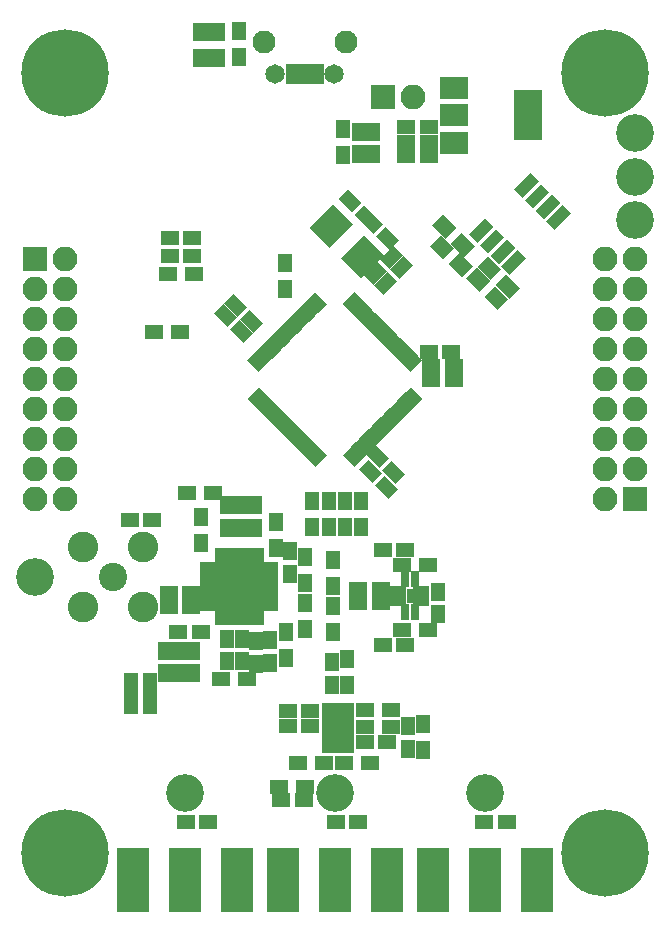
<source format=gts>
%TF.GenerationSoftware,KiCad,Pcbnew,4.0.6*%
%TF.CreationDate,2017-05-01T22:06:24-07:00*%
%TF.ProjectId,rev3,726576332E6B696361645F7063620000,rev?*%
%TF.FileFunction,Soldermask,Top*%
%FSLAX46Y46*%
G04 Gerber Fmt 4.6, Leading zero omitted, Abs format (unit mm)*
G04 Created by KiCad (PCBNEW 4.0.6) date 05/01/17 22:06:24*
%MOMM*%
%LPD*%
G01*
G04 APERTURE LIST*
%ADD10C,0.100000*%
%ADD11C,7.400000*%
%ADD12C,1.000000*%
%ADD13R,1.600000X1.600000*%
%ADD14R,2.100000X2.100000*%
%ADD15O,2.100000X2.100000*%
%ADD16C,3.200000*%
%ADD17R,2.400000X4.200000*%
%ADD18R,2.400000X1.900000*%
%ADD19R,1.600000X1.150000*%
%ADD20R,1.150000X1.600000*%
%ADD21C,2.600000*%
%ADD22C,2.400000*%
%ADD23R,2.690000X5.480000*%
%ADD24R,2.820000X5.480000*%
%ADD25R,1.300000X1.600000*%
%ADD26R,1.600000X1.300000*%
%ADD27R,0.650000X1.300000*%
%ADD28R,0.650000X1.450000*%
%ADD29R,1.350000X0.650000*%
%ADD30R,1.250000X1.400000*%
%ADD31R,1.250000X1.000000*%
%ADD32R,0.800000X1.750000*%
%ADD33C,1.650000*%
%ADD34C,1.950000*%
%ADD35R,2.780000X2.050000*%
%ADD36C,1.009600*%
%ADD37R,1.400000X0.650000*%
%ADD38R,0.650000X1.400000*%
%ADD39R,4.000000X4.000000*%
G04 APERTURE END LIST*
D10*
D11*
X127000000Y-104140000D03*
D12*
X129625000Y-104140000D03*
X128856155Y-105996155D03*
X127000000Y-106765000D03*
X125143845Y-105996155D03*
X124375000Y-104140000D03*
X125143845Y-102283845D03*
X127000000Y-101515000D03*
X128856155Y-102283845D03*
D11*
X172720000Y-104140000D03*
D12*
X175345000Y-104140000D03*
X174576155Y-105996155D03*
X172720000Y-106765000D03*
X170863845Y-105996155D03*
X170095000Y-104140000D03*
X170863845Y-102283845D03*
X172720000Y-101515000D03*
X174576155Y-102283845D03*
D11*
X172720000Y-38100000D03*
D12*
X175345000Y-38100000D03*
X174576155Y-39956155D03*
X172720000Y-40725000D03*
X170863845Y-39956155D03*
X170095000Y-38100000D03*
X170863845Y-36243845D03*
X172720000Y-35475000D03*
X174576155Y-36243845D03*
D13*
X139790000Y-36765000D03*
X139790000Y-34565000D03*
D14*
X124460000Y-53848000D03*
D15*
X127000000Y-53848000D03*
X124460000Y-56388000D03*
X127000000Y-56388000D03*
X124460000Y-58928000D03*
X127000000Y-58928000D03*
X124460000Y-61468000D03*
X127000000Y-61468000D03*
X124460000Y-64008000D03*
X127000000Y-64008000D03*
X124460000Y-66548000D03*
X127000000Y-66548000D03*
X124460000Y-69088000D03*
X127000000Y-69088000D03*
X124460000Y-71628000D03*
X127000000Y-71628000D03*
X124460000Y-74168000D03*
X127000000Y-74168000D03*
D16*
X175260000Y-50546000D03*
X175298100Y-43180000D03*
X175260000Y-46863000D03*
D17*
X166218000Y-41656000D03*
D18*
X159918000Y-41656000D03*
X159918000Y-43956000D03*
X159918000Y-39356000D03*
D10*
G36*
X161927897Y-52445133D02*
X161220790Y-51738026D01*
X162599649Y-50359167D01*
X163306756Y-51066274D01*
X161927897Y-52445133D01*
X161927897Y-52445133D01*
G37*
G36*
X162825923Y-53343159D02*
X162118816Y-52636052D01*
X163497675Y-51257193D01*
X164204782Y-51964300D01*
X162825923Y-53343159D01*
X162825923Y-53343159D01*
G37*
G36*
X163723948Y-54241184D02*
X163016841Y-53534077D01*
X164395700Y-52155218D01*
X165102807Y-52862325D01*
X163723948Y-54241184D01*
X163723948Y-54241184D01*
G37*
G36*
X164621974Y-55139210D02*
X163914867Y-54432103D01*
X165293726Y-53053244D01*
X166000833Y-53760351D01*
X164621974Y-55139210D01*
X164621974Y-55139210D01*
G37*
G36*
X168440351Y-51320833D02*
X167733244Y-50613726D01*
X169112103Y-49234867D01*
X169819210Y-49941974D01*
X168440351Y-51320833D01*
X168440351Y-51320833D01*
G37*
G36*
X167542325Y-50422807D02*
X166835218Y-49715700D01*
X168214077Y-48336841D01*
X168921184Y-49043948D01*
X167542325Y-50422807D01*
X167542325Y-50422807D01*
G37*
G36*
X166644300Y-49524782D02*
X165937193Y-48817675D01*
X167316052Y-47438816D01*
X168023159Y-48145923D01*
X166644300Y-49524782D01*
X166644300Y-49524782D01*
G37*
G36*
X165746274Y-48626756D02*
X165039167Y-47919649D01*
X166418026Y-46540790D01*
X167125133Y-47247897D01*
X165746274Y-48626756D01*
X165746274Y-48626756D01*
G37*
G36*
X147756358Y-57060676D02*
X148215977Y-56601057D01*
X149205926Y-57591006D01*
X148746307Y-58050625D01*
X147756358Y-57060676D01*
X147756358Y-57060676D01*
G37*
G36*
X147402804Y-57414229D02*
X147862423Y-56954610D01*
X148852372Y-57944559D01*
X148392753Y-58404178D01*
X147402804Y-57414229D01*
X147402804Y-57414229D01*
G37*
G36*
X147049251Y-57767783D02*
X147508870Y-57308164D01*
X148498819Y-58298113D01*
X148039200Y-58757732D01*
X147049251Y-57767783D01*
X147049251Y-57767783D01*
G37*
G36*
X146695698Y-58121336D02*
X147155317Y-57661717D01*
X148145266Y-58651666D01*
X147685647Y-59111285D01*
X146695698Y-58121336D01*
X146695698Y-58121336D01*
G37*
G36*
X146342144Y-58474889D02*
X146801763Y-58015270D01*
X147791712Y-59005219D01*
X147332093Y-59464838D01*
X146342144Y-58474889D01*
X146342144Y-58474889D01*
G37*
G36*
X145988591Y-58828443D02*
X146448210Y-58368824D01*
X147438159Y-59358773D01*
X146978540Y-59818392D01*
X145988591Y-58828443D01*
X145988591Y-58828443D01*
G37*
G36*
X145635037Y-59181996D02*
X146094656Y-58722377D01*
X147084605Y-59712326D01*
X146624986Y-60171945D01*
X145635037Y-59181996D01*
X145635037Y-59181996D01*
G37*
G36*
X145281484Y-59535550D02*
X145741103Y-59075931D01*
X146731052Y-60065880D01*
X146271433Y-60525499D01*
X145281484Y-59535550D01*
X145281484Y-59535550D01*
G37*
G36*
X144927931Y-59889103D02*
X145387550Y-59429484D01*
X146377499Y-60419433D01*
X145917880Y-60879052D01*
X144927931Y-59889103D01*
X144927931Y-59889103D01*
G37*
G36*
X144574377Y-60242656D02*
X145033996Y-59783037D01*
X146023945Y-60772986D01*
X145564326Y-61232605D01*
X144574377Y-60242656D01*
X144574377Y-60242656D01*
G37*
G36*
X144220824Y-60596210D02*
X144680443Y-60136591D01*
X145670392Y-61126540D01*
X145210773Y-61586159D01*
X144220824Y-60596210D01*
X144220824Y-60596210D01*
G37*
G36*
X143867270Y-60949763D02*
X144326889Y-60490144D01*
X145316838Y-61480093D01*
X144857219Y-61939712D01*
X143867270Y-60949763D01*
X143867270Y-60949763D01*
G37*
G36*
X143513717Y-61303317D02*
X143973336Y-60843698D01*
X144963285Y-61833647D01*
X144503666Y-62293266D01*
X143513717Y-61303317D01*
X143513717Y-61303317D01*
G37*
G36*
X143160164Y-61656870D02*
X143619783Y-61197251D01*
X144609732Y-62187200D01*
X144150113Y-62646819D01*
X143160164Y-61656870D01*
X143160164Y-61656870D01*
G37*
G36*
X142806610Y-62010423D02*
X143266229Y-61550804D01*
X144256178Y-62540753D01*
X143796559Y-63000372D01*
X142806610Y-62010423D01*
X142806610Y-62010423D01*
G37*
G36*
X142453057Y-62363977D02*
X142912676Y-61904358D01*
X143902625Y-62894307D01*
X143443006Y-63353926D01*
X142453057Y-62363977D01*
X142453057Y-62363977D01*
G37*
G36*
X142912676Y-66111642D02*
X142453057Y-65652023D01*
X143443006Y-64662074D01*
X143902625Y-65121693D01*
X142912676Y-66111642D01*
X142912676Y-66111642D01*
G37*
G36*
X143266229Y-66465196D02*
X142806610Y-66005577D01*
X143796559Y-65015628D01*
X144256178Y-65475247D01*
X143266229Y-66465196D01*
X143266229Y-66465196D01*
G37*
G36*
X143619783Y-66818749D02*
X143160164Y-66359130D01*
X144150113Y-65369181D01*
X144609732Y-65828800D01*
X143619783Y-66818749D01*
X143619783Y-66818749D01*
G37*
G36*
X143973336Y-67172302D02*
X143513717Y-66712683D01*
X144503666Y-65722734D01*
X144963285Y-66182353D01*
X143973336Y-67172302D01*
X143973336Y-67172302D01*
G37*
G36*
X144326889Y-67525856D02*
X143867270Y-67066237D01*
X144857219Y-66076288D01*
X145316838Y-66535907D01*
X144326889Y-67525856D01*
X144326889Y-67525856D01*
G37*
G36*
X144680443Y-67879409D02*
X144220824Y-67419790D01*
X145210773Y-66429841D01*
X145670392Y-66889460D01*
X144680443Y-67879409D01*
X144680443Y-67879409D01*
G37*
G36*
X145033996Y-68232963D02*
X144574377Y-67773344D01*
X145564326Y-66783395D01*
X146023945Y-67243014D01*
X145033996Y-68232963D01*
X145033996Y-68232963D01*
G37*
G36*
X145387550Y-68586516D02*
X144927931Y-68126897D01*
X145917880Y-67136948D01*
X146377499Y-67596567D01*
X145387550Y-68586516D01*
X145387550Y-68586516D01*
G37*
G36*
X145741103Y-68940069D02*
X145281484Y-68480450D01*
X146271433Y-67490501D01*
X146731052Y-67950120D01*
X145741103Y-68940069D01*
X145741103Y-68940069D01*
G37*
G36*
X146094656Y-69293623D02*
X145635037Y-68834004D01*
X146624986Y-67844055D01*
X147084605Y-68303674D01*
X146094656Y-69293623D01*
X146094656Y-69293623D01*
G37*
G36*
X146448210Y-69647176D02*
X145988591Y-69187557D01*
X146978540Y-68197608D01*
X147438159Y-68657227D01*
X146448210Y-69647176D01*
X146448210Y-69647176D01*
G37*
G36*
X146801763Y-70000730D02*
X146342144Y-69541111D01*
X147332093Y-68551162D01*
X147791712Y-69010781D01*
X146801763Y-70000730D01*
X146801763Y-70000730D01*
G37*
G36*
X147155317Y-70354283D02*
X146695698Y-69894664D01*
X147685647Y-68904715D01*
X148145266Y-69364334D01*
X147155317Y-70354283D01*
X147155317Y-70354283D01*
G37*
G36*
X147508870Y-70707836D02*
X147049251Y-70248217D01*
X148039200Y-69258268D01*
X148498819Y-69717887D01*
X147508870Y-70707836D01*
X147508870Y-70707836D01*
G37*
G36*
X147862423Y-71061390D02*
X147402804Y-70601771D01*
X148392753Y-69611822D01*
X148852372Y-70071441D01*
X147862423Y-71061390D01*
X147862423Y-71061390D01*
G37*
G36*
X148215977Y-71414943D02*
X147756358Y-70955324D01*
X148746307Y-69965375D01*
X149205926Y-70424994D01*
X148215977Y-71414943D01*
X148215977Y-71414943D01*
G37*
G36*
X150514074Y-70424994D02*
X150973693Y-69965375D01*
X151963642Y-70955324D01*
X151504023Y-71414943D01*
X150514074Y-70424994D01*
X150514074Y-70424994D01*
G37*
G36*
X150867628Y-70071441D02*
X151327247Y-69611822D01*
X152317196Y-70601771D01*
X151857577Y-71061390D01*
X150867628Y-70071441D01*
X150867628Y-70071441D01*
G37*
G36*
X151221181Y-69717887D02*
X151680800Y-69258268D01*
X152670749Y-70248217D01*
X152211130Y-70707836D01*
X151221181Y-69717887D01*
X151221181Y-69717887D01*
G37*
G36*
X151574734Y-69364334D02*
X152034353Y-68904715D01*
X153024302Y-69894664D01*
X152564683Y-70354283D01*
X151574734Y-69364334D01*
X151574734Y-69364334D01*
G37*
G36*
X151928288Y-69010781D02*
X152387907Y-68551162D01*
X153377856Y-69541111D01*
X152918237Y-70000730D01*
X151928288Y-69010781D01*
X151928288Y-69010781D01*
G37*
G36*
X152281841Y-68657227D02*
X152741460Y-68197608D01*
X153731409Y-69187557D01*
X153271790Y-69647176D01*
X152281841Y-68657227D01*
X152281841Y-68657227D01*
G37*
G36*
X152635395Y-68303674D02*
X153095014Y-67844055D01*
X154084963Y-68834004D01*
X153625344Y-69293623D01*
X152635395Y-68303674D01*
X152635395Y-68303674D01*
G37*
G36*
X152988948Y-67950120D02*
X153448567Y-67490501D01*
X154438516Y-68480450D01*
X153978897Y-68940069D01*
X152988948Y-67950120D01*
X152988948Y-67950120D01*
G37*
G36*
X153342501Y-67596567D02*
X153802120Y-67136948D01*
X154792069Y-68126897D01*
X154332450Y-68586516D01*
X153342501Y-67596567D01*
X153342501Y-67596567D01*
G37*
G36*
X153696055Y-67243014D02*
X154155674Y-66783395D01*
X155145623Y-67773344D01*
X154686004Y-68232963D01*
X153696055Y-67243014D01*
X153696055Y-67243014D01*
G37*
G36*
X154049608Y-66889460D02*
X154509227Y-66429841D01*
X155499176Y-67419790D01*
X155039557Y-67879409D01*
X154049608Y-66889460D01*
X154049608Y-66889460D01*
G37*
G36*
X154403162Y-66535907D02*
X154862781Y-66076288D01*
X155852730Y-67066237D01*
X155393111Y-67525856D01*
X154403162Y-66535907D01*
X154403162Y-66535907D01*
G37*
G36*
X154756715Y-66182353D02*
X155216334Y-65722734D01*
X156206283Y-66712683D01*
X155746664Y-67172302D01*
X154756715Y-66182353D01*
X154756715Y-66182353D01*
G37*
G36*
X155110268Y-65828800D02*
X155569887Y-65369181D01*
X156559836Y-66359130D01*
X156100217Y-66818749D01*
X155110268Y-65828800D01*
X155110268Y-65828800D01*
G37*
G36*
X155463822Y-65475247D02*
X155923441Y-65015628D01*
X156913390Y-66005577D01*
X156453771Y-66465196D01*
X155463822Y-65475247D01*
X155463822Y-65475247D01*
G37*
G36*
X155817375Y-65121693D02*
X156276994Y-64662074D01*
X157266943Y-65652023D01*
X156807324Y-66111642D01*
X155817375Y-65121693D01*
X155817375Y-65121693D01*
G37*
G36*
X156276994Y-63353926D02*
X155817375Y-62894307D01*
X156807324Y-61904358D01*
X157266943Y-62363977D01*
X156276994Y-63353926D01*
X156276994Y-63353926D01*
G37*
G36*
X155923441Y-63000372D02*
X155463822Y-62540753D01*
X156453771Y-61550804D01*
X156913390Y-62010423D01*
X155923441Y-63000372D01*
X155923441Y-63000372D01*
G37*
G36*
X155569887Y-62646819D02*
X155110268Y-62187200D01*
X156100217Y-61197251D01*
X156559836Y-61656870D01*
X155569887Y-62646819D01*
X155569887Y-62646819D01*
G37*
G36*
X155216334Y-62293266D02*
X154756715Y-61833647D01*
X155746664Y-60843698D01*
X156206283Y-61303317D01*
X155216334Y-62293266D01*
X155216334Y-62293266D01*
G37*
G36*
X154862781Y-61939712D02*
X154403162Y-61480093D01*
X155393111Y-60490144D01*
X155852730Y-60949763D01*
X154862781Y-61939712D01*
X154862781Y-61939712D01*
G37*
G36*
X154509227Y-61586159D02*
X154049608Y-61126540D01*
X155039557Y-60136591D01*
X155499176Y-60596210D01*
X154509227Y-61586159D01*
X154509227Y-61586159D01*
G37*
G36*
X154155674Y-61232605D02*
X153696055Y-60772986D01*
X154686004Y-59783037D01*
X155145623Y-60242656D01*
X154155674Y-61232605D01*
X154155674Y-61232605D01*
G37*
G36*
X153802120Y-60879052D02*
X153342501Y-60419433D01*
X154332450Y-59429484D01*
X154792069Y-59889103D01*
X153802120Y-60879052D01*
X153802120Y-60879052D01*
G37*
G36*
X153448567Y-60525499D02*
X152988948Y-60065880D01*
X153978897Y-59075931D01*
X154438516Y-59535550D01*
X153448567Y-60525499D01*
X153448567Y-60525499D01*
G37*
G36*
X153095014Y-60171945D02*
X152635395Y-59712326D01*
X153625344Y-58722377D01*
X154084963Y-59181996D01*
X153095014Y-60171945D01*
X153095014Y-60171945D01*
G37*
G36*
X152741460Y-59818392D02*
X152281841Y-59358773D01*
X153271790Y-58368824D01*
X153731409Y-58828443D01*
X152741460Y-59818392D01*
X152741460Y-59818392D01*
G37*
G36*
X152387907Y-59464838D02*
X151928288Y-59005219D01*
X152918237Y-58015270D01*
X153377856Y-58474889D01*
X152387907Y-59464838D01*
X152387907Y-59464838D01*
G37*
G36*
X152034353Y-59111285D02*
X151574734Y-58651666D01*
X152564683Y-57661717D01*
X153024302Y-58121336D01*
X152034353Y-59111285D01*
X152034353Y-59111285D01*
G37*
G36*
X151680800Y-58757732D02*
X151221181Y-58298113D01*
X152211130Y-57308164D01*
X152670749Y-57767783D01*
X151680800Y-58757732D01*
X151680800Y-58757732D01*
G37*
G36*
X151327247Y-58404178D02*
X150867628Y-57944559D01*
X151857577Y-56954610D01*
X152317196Y-57414229D01*
X151327247Y-58404178D01*
X151327247Y-58404178D01*
G37*
G36*
X150973693Y-58050625D02*
X150514074Y-57591006D01*
X151504023Y-56601057D01*
X151963642Y-57060676D01*
X150973693Y-58050625D01*
X150973693Y-58050625D01*
G37*
G36*
X147729374Y-51157273D02*
X149709273Y-49177374D01*
X151406330Y-50874431D01*
X149426431Y-52854330D01*
X147729374Y-51157273D01*
X147729374Y-51157273D01*
G37*
G36*
X150345670Y-53773569D02*
X152325569Y-51793670D01*
X154022626Y-53490727D01*
X152042727Y-55470626D01*
X150345670Y-53773569D01*
X150345670Y-53773569D01*
G37*
D19*
X157805000Y-42672000D03*
X155905000Y-42672000D03*
X157805000Y-45085000D03*
X155905000Y-45085000D03*
D20*
X153098500Y-44952000D03*
X153098500Y-43052000D03*
X151892000Y-44952000D03*
X151892000Y-43052000D03*
D19*
X137790000Y-52058000D03*
X135890000Y-52058000D03*
X137790000Y-53582000D03*
X135890000Y-53582000D03*
X158020168Y-62860343D03*
X159920168Y-62860343D03*
X158020168Y-64062425D03*
X159920168Y-64062425D03*
D10*
G36*
X143802732Y-59230918D02*
X142989559Y-60044091D01*
X141858188Y-58912720D01*
X142671361Y-58099547D01*
X143802732Y-59230918D01*
X143802732Y-59230918D01*
G37*
G36*
X142459230Y-57887416D02*
X141646057Y-58700589D01*
X140514686Y-57569218D01*
X141327859Y-56756045D01*
X142459230Y-57887416D01*
X142459230Y-57887416D01*
G37*
G36*
X142954204Y-60079446D02*
X142141031Y-60892619D01*
X141009660Y-59761248D01*
X141822833Y-58948075D01*
X142954204Y-60079446D01*
X142954204Y-60079446D01*
G37*
G36*
X141610702Y-58735944D02*
X140797529Y-59549117D01*
X139666158Y-58417746D01*
X140479331Y-57604573D01*
X141610702Y-58735944D01*
X141610702Y-58735944D01*
G37*
G36*
X151898977Y-71622650D02*
X152712150Y-70809477D01*
X153843521Y-71940848D01*
X153030348Y-72754021D01*
X151898977Y-71622650D01*
X151898977Y-71622650D01*
G37*
G36*
X153242479Y-72966152D02*
X154055652Y-72152979D01*
X155187023Y-73284350D01*
X154373850Y-74097523D01*
X153242479Y-72966152D01*
X153242479Y-72966152D01*
G37*
G36*
X152533977Y-70352650D02*
X153347150Y-69539477D01*
X154478521Y-70670848D01*
X153665348Y-71484021D01*
X152533977Y-70352650D01*
X152533977Y-70352650D01*
G37*
G36*
X153877479Y-71696152D02*
X154690652Y-70882979D01*
X155822023Y-72014350D01*
X155008850Y-72827523D01*
X153877479Y-71696152D01*
X153877479Y-71696152D01*
G37*
G36*
X153997498Y-56840821D02*
X153184325Y-56027648D01*
X154315696Y-54896277D01*
X155128869Y-55709450D01*
X153997498Y-56840821D01*
X153997498Y-56840821D01*
G37*
G36*
X155341000Y-55497319D02*
X154527827Y-54684146D01*
X155659198Y-53552775D01*
X156472371Y-54365948D01*
X155341000Y-55497319D01*
X155341000Y-55497319D01*
G37*
G36*
X153148970Y-55992292D02*
X152335797Y-55179119D01*
X153467168Y-54047748D01*
X154280341Y-54860921D01*
X153148970Y-55992292D01*
X153148970Y-55992292D01*
G37*
G36*
X154492472Y-54648790D02*
X153679299Y-53835617D01*
X154810670Y-52704246D01*
X155623843Y-53517419D01*
X154492472Y-54648790D01*
X154492472Y-54648790D01*
G37*
D19*
X157800000Y-61658500D03*
X159700000Y-61658500D03*
D10*
G36*
X150171777Y-48724550D02*
X150984950Y-47911377D01*
X152116321Y-49042748D01*
X151303148Y-49855921D01*
X150171777Y-48724550D01*
X150171777Y-48724550D01*
G37*
G36*
X151515279Y-50068052D02*
X152328452Y-49254879D01*
X153459823Y-50386250D01*
X152646650Y-51199423D01*
X151515279Y-50068052D01*
X151515279Y-50068052D01*
G37*
G36*
X155288623Y-52215050D02*
X154475450Y-53028223D01*
X153344079Y-51896852D01*
X154157252Y-51083679D01*
X155288623Y-52215050D01*
X155288623Y-52215050D01*
G37*
G36*
X153945121Y-50871548D02*
X153131948Y-51684721D01*
X152000577Y-50553350D01*
X152813750Y-49740177D01*
X153945121Y-50871548D01*
X153945121Y-50871548D01*
G37*
D19*
X134385000Y-75940000D03*
X132485000Y-75940000D03*
X164399000Y-101473000D03*
X162499000Y-101473000D03*
X139126000Y-101473000D03*
X137226000Y-101473000D03*
X151826000Y-101473000D03*
X149926000Y-101473000D03*
X153760982Y-82954032D03*
X151860982Y-82954032D03*
X153760982Y-81754032D03*
X151860982Y-81754032D03*
X136591000Y-85407500D03*
X138491000Y-85407500D03*
D20*
X158623000Y-81981000D03*
X158623000Y-83881000D03*
D19*
X155811982Y-86494032D03*
X153911982Y-86494032D03*
X147220289Y-99646117D03*
X145320289Y-99646117D03*
X147795711Y-92123883D03*
X145895711Y-92123883D03*
X147795711Y-93393883D03*
X145895711Y-93393883D03*
D20*
X141956503Y-85962115D03*
X141956503Y-87862115D03*
X156049289Y-93362117D03*
X156049289Y-95262117D03*
D19*
X155811982Y-78492032D03*
X153911982Y-78492032D03*
D20*
X140754422Y-85964591D03*
X140754422Y-87864591D03*
D19*
X135817000Y-83289000D03*
X137717000Y-83289000D03*
X135817000Y-82089000D03*
X137717000Y-82089000D03*
D20*
X146022000Y-78574000D03*
X146022000Y-80474000D03*
X144399000Y-86108500D03*
X144399000Y-88008500D03*
X141927000Y-76578500D03*
X141927000Y-74678500D03*
X143182000Y-86172000D03*
X143182000Y-88072000D03*
X140716000Y-76578500D03*
X140716000Y-74678500D03*
X143129000Y-76578500D03*
X143129000Y-74678500D03*
X136653000Y-88872000D03*
X136653000Y-86972000D03*
X137853000Y-88872000D03*
X137853000Y-86972000D03*
X135453000Y-88872000D03*
X135453000Y-86972000D03*
D21*
X128524000Y-83312000D03*
X128524000Y-78232000D03*
X133604000Y-78232000D03*
X133604000Y-83312000D03*
D22*
X131064000Y-80772000D03*
D23*
X162560000Y-106426000D03*
D24*
X158180000Y-106426000D03*
X166940000Y-106426000D03*
D14*
X175260000Y-74168000D03*
D15*
X172720000Y-74168000D03*
X175260000Y-71628000D03*
X172720000Y-71628000D03*
X175260000Y-69088000D03*
X172720000Y-69088000D03*
X175260000Y-66548000D03*
X172720000Y-66548000D03*
X175260000Y-64008000D03*
X172720000Y-64008000D03*
X175260000Y-61468000D03*
X172720000Y-61468000D03*
X175260000Y-58928000D03*
X172720000Y-58928000D03*
X175260000Y-56388000D03*
X172720000Y-56388000D03*
X175260000Y-53848000D03*
X172720000Y-53848000D03*
D23*
X137160000Y-106426000D03*
D24*
X132780000Y-106426000D03*
X141540000Y-106426000D03*
D23*
X149860000Y-106426000D03*
D24*
X145480000Y-106426000D03*
X154240000Y-106426000D03*
D14*
X153924000Y-40132000D03*
D15*
X156464000Y-40132000D03*
D25*
X150580000Y-42775000D03*
X150580000Y-44975000D03*
D26*
X135740000Y-55106000D03*
X137940000Y-55106000D03*
D25*
X147944658Y-76522802D03*
X147944658Y-74322802D03*
X152048358Y-74322802D03*
X152048358Y-76522802D03*
X141770000Y-34545000D03*
X141770000Y-36745000D03*
X138402000Y-34589000D03*
X138402000Y-36789000D03*
D10*
G36*
X164553122Y-57208883D02*
X163633883Y-58128122D01*
X162502512Y-56996751D01*
X163421751Y-56077512D01*
X164553122Y-57208883D01*
X164553122Y-57208883D01*
G37*
G36*
X162997488Y-55653249D02*
X162078249Y-56572488D01*
X160946878Y-55441117D01*
X161866117Y-54521878D01*
X162997488Y-55653249D01*
X162997488Y-55653249D01*
G37*
G36*
X157916878Y-52676117D02*
X158836117Y-51756878D01*
X159967488Y-52888249D01*
X159048249Y-53807488D01*
X157916878Y-52676117D01*
X157916878Y-52676117D01*
G37*
G36*
X159472512Y-54231751D02*
X160391751Y-53312512D01*
X161523122Y-54443883D01*
X160603883Y-55363122D01*
X159472512Y-54231751D01*
X159472512Y-54231751D01*
G37*
G36*
X158106878Y-50951117D02*
X159026117Y-50031878D01*
X160157488Y-51163249D01*
X159238249Y-52082488D01*
X158106878Y-50951117D01*
X158106878Y-50951117D01*
G37*
G36*
X159662512Y-52506751D02*
X160581751Y-51587512D01*
X161713122Y-52718883D01*
X160793883Y-53638122D01*
X159662512Y-52506751D01*
X159662512Y-52506751D01*
G37*
G36*
X161906878Y-54481117D02*
X162826117Y-53561878D01*
X163957488Y-54693249D01*
X163038249Y-55612488D01*
X161906878Y-54481117D01*
X161906878Y-54481117D01*
G37*
G36*
X163462512Y-56036751D02*
X164381751Y-55117512D01*
X165513122Y-56248883D01*
X164593883Y-57168122D01*
X163462512Y-56036751D01*
X163462512Y-56036751D01*
G37*
D26*
X134540000Y-59995000D03*
X136740000Y-59995000D03*
D25*
X145605000Y-54185000D03*
X145605000Y-56385000D03*
X145752000Y-87564000D03*
X145752000Y-85364000D03*
D26*
X155552982Y-85209032D03*
X157752982Y-85209032D03*
X137330000Y-73660000D03*
X139530000Y-73660000D03*
X145170289Y-98526474D03*
X147370289Y-98526474D03*
D25*
X149733000Y-83228000D03*
X149733000Y-85428000D03*
X138557000Y-75674000D03*
X138557000Y-77874000D03*
X144907000Y-76052500D03*
X144907000Y-78252500D03*
D26*
X146728000Y-96493144D03*
X148928000Y-96493144D03*
D25*
X147315400Y-79064390D03*
X147315400Y-81264390D03*
X147315400Y-85139390D03*
X147315400Y-82939390D03*
D26*
X152865000Y-96493144D03*
X150665000Y-96493144D03*
D25*
X149733000Y-81491000D03*
X149733000Y-79291000D03*
X157319289Y-95412117D03*
X157319289Y-93212117D03*
D26*
X142451000Y-89408000D03*
X140251000Y-89408000D03*
D25*
X149341658Y-76522802D03*
X149341658Y-74322802D03*
D26*
X154624786Y-93416294D03*
X152424786Y-93416294D03*
X155539982Y-79762032D03*
X157739982Y-79762032D03*
X152424786Y-92019294D03*
X154624786Y-92019294D03*
D25*
X150693358Y-76526302D03*
X150693358Y-74326302D03*
D16*
X124460000Y-80772000D03*
X162560000Y-99060000D03*
X137160000Y-99060000D03*
X149860000Y-99060000D03*
D27*
X156281382Y-82319422D03*
D28*
X156631382Y-80894422D03*
X155781382Y-80894422D03*
X156631382Y-83744422D03*
X155781382Y-83744422D03*
D29*
X157181382Y-81819422D03*
X157181382Y-82319422D03*
X157181382Y-82819422D03*
X155231382Y-81819422D03*
X155231382Y-82319422D03*
X155231382Y-82819422D03*
D11*
X127000000Y-38100000D03*
D12*
X129625000Y-38100000D03*
X128856155Y-39956155D03*
X127000000Y-40725000D03*
X125143845Y-39956155D03*
X124375000Y-38100000D03*
X125143845Y-36243845D03*
X127000000Y-35475000D03*
X128856155Y-36243845D03*
D30*
X132583000Y-89557000D03*
X132583000Y-91657000D03*
X134183000Y-89557000D03*
X134183000Y-91657000D03*
D31*
X132583000Y-90607000D03*
X134183000Y-90607000D03*
D20*
X149606000Y-89850000D03*
X149606000Y-87950000D03*
D19*
X152400000Y-94742000D03*
X154300000Y-94742000D03*
D25*
X150876000Y-89873000D03*
X150876000Y-87673000D03*
D19*
X157810000Y-43905000D03*
X155910000Y-43905000D03*
D32*
X148620000Y-38180000D03*
X147970000Y-38180000D03*
X147320000Y-38180000D03*
X146670000Y-38180000D03*
X146020000Y-38180000D03*
D33*
X149820000Y-38180000D03*
X144820000Y-38180000D03*
D34*
X150820000Y-35480000D03*
X143820000Y-35480000D03*
D35*
X150113000Y-93555144D03*
X150113000Y-93555144D03*
D36*
X149324600Y-93131744D03*
X150113000Y-93131744D03*
X150901400Y-93131744D03*
X149324600Y-93978544D03*
X150113000Y-93978544D03*
X150901400Y-93978544D03*
D27*
X149113000Y-95080144D03*
X149613000Y-95080144D03*
X150113000Y-95080144D03*
X150613000Y-95080144D03*
X151113000Y-95080144D03*
X151113000Y-92030144D03*
X150613000Y-92030144D03*
X150113000Y-92030144D03*
X149613000Y-92030144D03*
X149113000Y-92030144D03*
D37*
X144358306Y-83294684D03*
D38*
X140008306Y-84164684D03*
D37*
X139158306Y-79814684D03*
D39*
X141758306Y-81564684D03*
D38*
X143508306Y-78964684D03*
X143008306Y-78964684D03*
X142508306Y-78964684D03*
X142008306Y-78964684D03*
X141508306Y-78964684D03*
X141008306Y-78964684D03*
X140508306Y-78964684D03*
X140008306Y-78964684D03*
D37*
X139158306Y-80314684D03*
X139158306Y-80814684D03*
X139158306Y-81314684D03*
X139158306Y-81814684D03*
X139158306Y-82314684D03*
X139158306Y-82814684D03*
X139158306Y-83314684D03*
D38*
X140508306Y-84164684D03*
X141008306Y-84164684D03*
X141508306Y-84164684D03*
X142008306Y-84164684D03*
X142508306Y-84164684D03*
X143008306Y-84164684D03*
X143508306Y-84164684D03*
D37*
X144358306Y-82794684D03*
X144358306Y-82294684D03*
X144358306Y-81794684D03*
X144358306Y-81294684D03*
X144358306Y-80794684D03*
X144358306Y-80294684D03*
X144358306Y-79794684D03*
D39*
X141758306Y-81564684D03*
D36*
X143035306Y-80291684D03*
X143035306Y-81141684D03*
X143035306Y-81991684D03*
X143035306Y-82841684D03*
X142185306Y-80291684D03*
X142185306Y-81141684D03*
X142185306Y-81991684D03*
X142185306Y-82841684D03*
X141335306Y-80291684D03*
X141335306Y-81141684D03*
X141335306Y-81991684D03*
X141335306Y-82841684D03*
X140485306Y-80291684D03*
X140485306Y-81141684D03*
X140485306Y-81991684D03*
X140485306Y-82841684D03*
M02*

</source>
